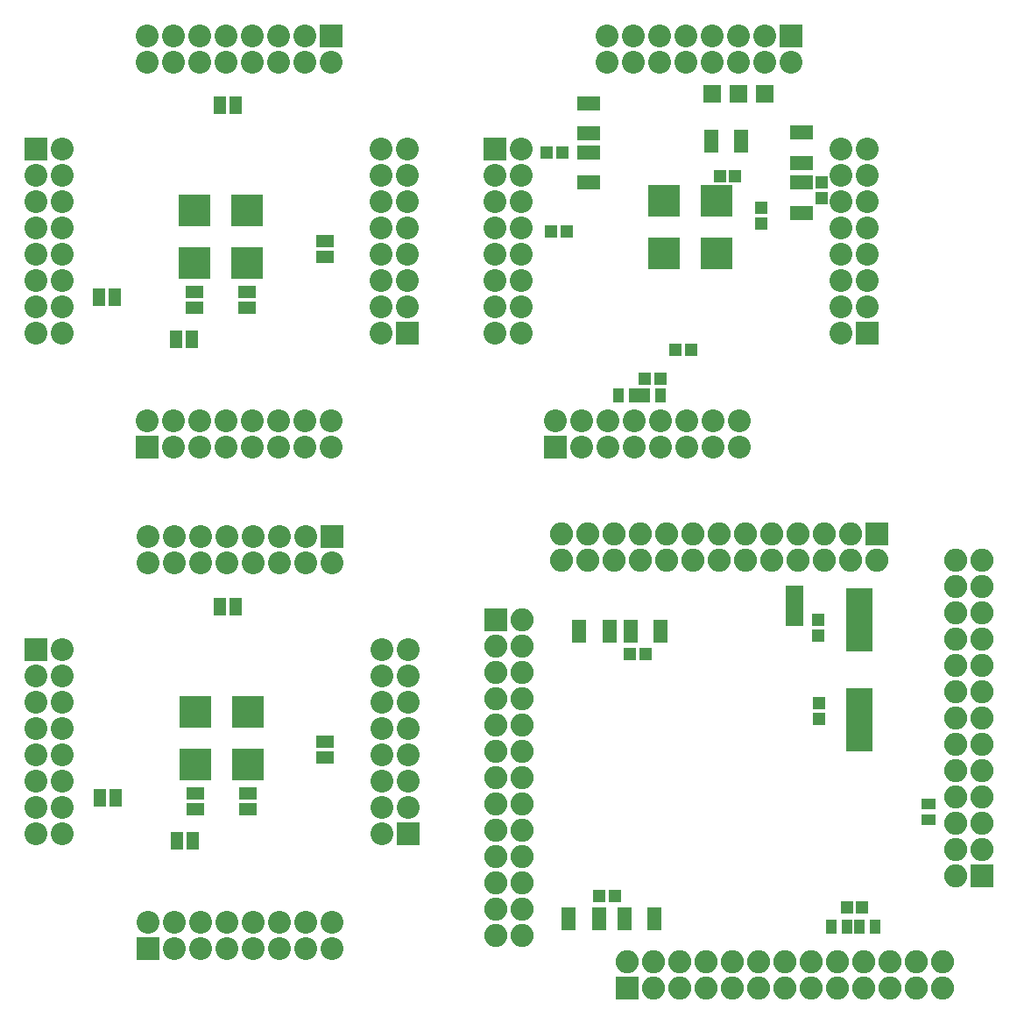
<source format=gbs>
G04 #@! TF.FileFunction,Soldermask,Bot*
%FSLAX46Y46*%
G04 Gerber Fmt 4.6, Leading zero omitted, Abs format (unit mm)*
G04 Created by KiCad (PCBNEW 4.0.5+dfsg1-4) date Mon Jun 11 22:34:57 2018*
%MOMM*%
%LPD*%
G01*
G04 APERTURE LIST*
%ADD10C,0.150000*%
%ADD11R,2.208000X2.208000*%
%ADD12O,2.208000X2.208000*%
%ADD13R,1.651000X1.143000*%
%ADD14R,1.143000X1.651000*%
%ADD15R,3.048000X3.048000*%
%ADD16R,1.308000X1.258000*%
%ADD17R,1.258000X1.308000*%
%ADD18R,1.008000X1.408000*%
%ADD19R,1.808000X1.808000*%
%ADD20R,2.208000X1.408000*%
%ADD21R,1.408000X2.208000*%
%ADD22R,1.408000X1.008000*%
%ADD23R,2.235200X2.235200*%
%ADD24O,2.235200X2.235200*%
%ADD25R,2.608580X6.108700*%
%ADD26R,1.778000X1.473200*%
G04 APERTURE END LIST*
D10*
D11*
X112318800Y-98526600D03*
D12*
X114858800Y-98526600D03*
X112318800Y-101066600D03*
X114858800Y-101066600D03*
X112318800Y-103606600D03*
X114858800Y-103606600D03*
X112318800Y-106146600D03*
X114858800Y-106146600D03*
X112318800Y-108686600D03*
X114858800Y-108686600D03*
X112318800Y-111226600D03*
X114858800Y-111226600D03*
X112318800Y-113766600D03*
X114858800Y-113766600D03*
X112318800Y-116306600D03*
X114858800Y-116306600D03*
D11*
X123113800Y-127355600D03*
D12*
X123113800Y-124815600D03*
X125653800Y-127355600D03*
X125653800Y-124815600D03*
X128193800Y-127355600D03*
X128193800Y-124815600D03*
X130733800Y-127355600D03*
X130733800Y-124815600D03*
X133273800Y-127355600D03*
X133273800Y-124815600D03*
X135813800Y-127355600D03*
X135813800Y-124815600D03*
X138353800Y-127355600D03*
X138353800Y-124815600D03*
X140893800Y-127355600D03*
X140893800Y-124815600D03*
D11*
X148259800Y-116306600D03*
D12*
X145719800Y-116306600D03*
X148259800Y-113766600D03*
X145719800Y-113766600D03*
X148259800Y-111226600D03*
X145719800Y-111226600D03*
X148259800Y-108686600D03*
X145719800Y-108686600D03*
X148259800Y-106146600D03*
X145719800Y-106146600D03*
X148259800Y-103606600D03*
X145719800Y-103606600D03*
X148259800Y-101066600D03*
X145719800Y-101066600D03*
X148259800Y-98526600D03*
X145719800Y-98526600D03*
D11*
X140893800Y-87604600D03*
D12*
X140893800Y-90144600D03*
X138353800Y-87604600D03*
X138353800Y-90144600D03*
X135813800Y-87604600D03*
X135813800Y-90144600D03*
X133273800Y-87604600D03*
X133273800Y-90144600D03*
X130733800Y-87604600D03*
X130733800Y-90144600D03*
X128193800Y-87604600D03*
X128193800Y-90144600D03*
X125653800Y-87604600D03*
X125653800Y-90144600D03*
X123113800Y-87604600D03*
X123113800Y-90144600D03*
D13*
X140258800Y-107416600D03*
X140258800Y-108940600D03*
D14*
X127431800Y-116941600D03*
X125907800Y-116941600D03*
X131622800Y-94335600D03*
X130098800Y-94335600D03*
X118478300Y-112814100D03*
X120002300Y-112814100D03*
D13*
X132765800Y-112369600D03*
X132765800Y-113893600D03*
X127685800Y-112369600D03*
X127685800Y-113893600D03*
D15*
X127685800Y-109575600D03*
X132765800Y-109575600D03*
X132765800Y-104495600D03*
X127685800Y-104495600D03*
D11*
X162496500Y-78994000D03*
D12*
X162496500Y-76454000D03*
X165036500Y-78994000D03*
X165036500Y-76454000D03*
X167576500Y-78994000D03*
X167576500Y-76454000D03*
X170116500Y-78994000D03*
X170116500Y-76454000D03*
X172656500Y-78994000D03*
X172656500Y-76454000D03*
X175196500Y-78994000D03*
X175196500Y-76454000D03*
X177736500Y-78994000D03*
X177736500Y-76454000D03*
X180276500Y-78994000D03*
X180276500Y-76454000D03*
D15*
X127635000Y-61214000D03*
X132715000Y-61214000D03*
X132715000Y-56134000D03*
X127635000Y-56134000D03*
D13*
X127635000Y-64008000D03*
X127635000Y-65532000D03*
X132715000Y-64008000D03*
X132715000Y-65532000D03*
D14*
X118427500Y-64452500D03*
X119951500Y-64452500D03*
X131572000Y-45974000D03*
X130048000Y-45974000D03*
X127381000Y-68580000D03*
X125857000Y-68580000D03*
D13*
X140208000Y-59055000D03*
X140208000Y-60579000D03*
D16*
X162064000Y-58102500D03*
X163564000Y-58102500D03*
X174129000Y-69596000D03*
X175629000Y-69596000D03*
X161683000Y-50482500D03*
X163183000Y-50482500D03*
D17*
X188214000Y-54915500D03*
X188214000Y-53415500D03*
D16*
X172644500Y-72390000D03*
X171144500Y-72390000D03*
X178383500Y-52768500D03*
X179883500Y-52768500D03*
D17*
X182435500Y-57328500D03*
X182435500Y-55828500D03*
D18*
X172644500Y-73977500D03*
X171144500Y-73977500D03*
X170104500Y-73977500D03*
X168604500Y-73977500D03*
D15*
X178117500Y-60261500D03*
X178117500Y-55181500D03*
X173037500Y-55181500D03*
X173037500Y-60261500D03*
D19*
X177673000Y-44831000D03*
X180213000Y-44831000D03*
X182753000Y-44831000D03*
D20*
X165735000Y-45730500D03*
X165735000Y-48630500D03*
X165735000Y-50493000D03*
X165735000Y-53393000D03*
X186309000Y-48588000D03*
X186309000Y-51488000D03*
X186309000Y-53414000D03*
X186309000Y-56314000D03*
D21*
X177556500Y-49403000D03*
X180456500Y-49403000D03*
D11*
X156654500Y-50165000D03*
D12*
X159194500Y-50165000D03*
X156654500Y-52705000D03*
X159194500Y-52705000D03*
X156654500Y-55245000D03*
X159194500Y-55245000D03*
X156654500Y-57785000D03*
X159194500Y-57785000D03*
X156654500Y-60325000D03*
X159194500Y-60325000D03*
X156654500Y-62865000D03*
X159194500Y-62865000D03*
X156654500Y-65405000D03*
X159194500Y-65405000D03*
X156654500Y-67945000D03*
X159194500Y-67945000D03*
D11*
X185293000Y-39243000D03*
D12*
X185293000Y-41783000D03*
X182753000Y-39243000D03*
X182753000Y-41783000D03*
X180213000Y-39243000D03*
X180213000Y-41783000D03*
X177673000Y-39243000D03*
X177673000Y-41783000D03*
X175133000Y-39243000D03*
X175133000Y-41783000D03*
X172593000Y-39243000D03*
X172593000Y-41783000D03*
X170053000Y-39243000D03*
X170053000Y-41783000D03*
X167513000Y-39243000D03*
X167513000Y-41783000D03*
D11*
X192659000Y-67945000D03*
D12*
X190119000Y-67945000D03*
X192659000Y-65405000D03*
X190119000Y-65405000D03*
X192659000Y-62865000D03*
X190119000Y-62865000D03*
X192659000Y-60325000D03*
X190119000Y-60325000D03*
X192659000Y-57785000D03*
X190119000Y-57785000D03*
X192659000Y-55245000D03*
X190119000Y-55245000D03*
X192659000Y-52705000D03*
X190119000Y-52705000D03*
X192659000Y-50165000D03*
X190119000Y-50165000D03*
D11*
X140843000Y-39243000D03*
D12*
X140843000Y-41783000D03*
X138303000Y-39243000D03*
X138303000Y-41783000D03*
X135763000Y-39243000D03*
X135763000Y-41783000D03*
X133223000Y-39243000D03*
X133223000Y-41783000D03*
X130683000Y-39243000D03*
X130683000Y-41783000D03*
X128143000Y-39243000D03*
X128143000Y-41783000D03*
X125603000Y-39243000D03*
X125603000Y-41783000D03*
X123063000Y-39243000D03*
X123063000Y-41783000D03*
D11*
X148209000Y-67945000D03*
D12*
X145669000Y-67945000D03*
X148209000Y-65405000D03*
X145669000Y-65405000D03*
X148209000Y-62865000D03*
X145669000Y-62865000D03*
X148209000Y-60325000D03*
X145669000Y-60325000D03*
X148209000Y-57785000D03*
X145669000Y-57785000D03*
X148209000Y-55245000D03*
X145669000Y-55245000D03*
X148209000Y-52705000D03*
X145669000Y-52705000D03*
X148209000Y-50165000D03*
X145669000Y-50165000D03*
D11*
X123063000Y-78994000D03*
D12*
X123063000Y-76454000D03*
X125603000Y-78994000D03*
X125603000Y-76454000D03*
X128143000Y-78994000D03*
X128143000Y-76454000D03*
X130683000Y-78994000D03*
X130683000Y-76454000D03*
X133223000Y-78994000D03*
X133223000Y-76454000D03*
X135763000Y-78994000D03*
X135763000Y-76454000D03*
X138303000Y-78994000D03*
X138303000Y-76454000D03*
X140843000Y-78994000D03*
X140843000Y-76454000D03*
D11*
X112268000Y-50165000D03*
D12*
X114808000Y-50165000D03*
X112268000Y-52705000D03*
X114808000Y-52705000D03*
X112268000Y-55245000D03*
X114808000Y-55245000D03*
X112268000Y-57785000D03*
X114808000Y-57785000D03*
X112268000Y-60325000D03*
X114808000Y-60325000D03*
X112268000Y-62865000D03*
X114808000Y-62865000D03*
X112268000Y-65405000D03*
X114808000Y-65405000D03*
X112268000Y-67945000D03*
X114808000Y-67945000D03*
D16*
X169734800Y-98933000D03*
X171234800Y-98933000D03*
X166737600Y-122301000D03*
X168237600Y-122301000D03*
D17*
X188010800Y-105169400D03*
X188010800Y-103669400D03*
D16*
X190664400Y-123418600D03*
X192164400Y-123418600D03*
D17*
X187909200Y-95643000D03*
X187909200Y-97143000D03*
D22*
X198526400Y-113423000D03*
X198526400Y-114923000D03*
D18*
X189191200Y-125298200D03*
X190691200Y-125298200D03*
X191883600Y-125298200D03*
X193383600Y-125298200D03*
D23*
X169418000Y-131191000D03*
D24*
X169418000Y-128651000D03*
X171958000Y-131191000D03*
X171958000Y-128651000D03*
X174498000Y-131191000D03*
X174498000Y-128651000D03*
X177038000Y-131191000D03*
X177038000Y-128651000D03*
X179578000Y-131191000D03*
X179578000Y-128651000D03*
X182118000Y-131191000D03*
X182118000Y-128651000D03*
X184658000Y-131191000D03*
X184658000Y-128651000D03*
X187198000Y-131191000D03*
X187198000Y-128651000D03*
X189738000Y-131191000D03*
X189738000Y-128651000D03*
X192278000Y-131191000D03*
X192278000Y-128651000D03*
X194818000Y-131191000D03*
X194818000Y-128651000D03*
X197358000Y-131191000D03*
X197358000Y-128651000D03*
X199898000Y-131191000D03*
X199898000Y-128651000D03*
D23*
X203708000Y-120370600D03*
D24*
X201168000Y-120370600D03*
X203708000Y-117830600D03*
X201168000Y-117830600D03*
X203708000Y-115290600D03*
X201168000Y-115290600D03*
X203708000Y-112750600D03*
X201168000Y-112750600D03*
X203708000Y-110210600D03*
X201168000Y-110210600D03*
X203708000Y-107670600D03*
X201168000Y-107670600D03*
X203708000Y-105130600D03*
X201168000Y-105130600D03*
X203708000Y-102590600D03*
X201168000Y-102590600D03*
X203708000Y-100050600D03*
X201168000Y-100050600D03*
X203708000Y-97510600D03*
X201168000Y-97510600D03*
X203708000Y-94970600D03*
X201168000Y-94970600D03*
X203708000Y-92430600D03*
X201168000Y-92430600D03*
X203708000Y-89890600D03*
X201168000Y-89890600D03*
D23*
X193548000Y-87376000D03*
D24*
X193548000Y-89916000D03*
X191008000Y-87376000D03*
X191008000Y-89916000D03*
X188468000Y-87376000D03*
X188468000Y-89916000D03*
X185928000Y-87376000D03*
X185928000Y-89916000D03*
X183388000Y-87376000D03*
X183388000Y-89916000D03*
X180848000Y-87376000D03*
X180848000Y-89916000D03*
X178308000Y-87376000D03*
X178308000Y-89916000D03*
X175768000Y-87376000D03*
X175768000Y-89916000D03*
X173228000Y-87376000D03*
X173228000Y-89916000D03*
X170688000Y-87376000D03*
X170688000Y-89916000D03*
X168148000Y-87376000D03*
X168148000Y-89916000D03*
X165608000Y-87376000D03*
X165608000Y-89916000D03*
X163068000Y-87376000D03*
X163068000Y-89916000D03*
D23*
X156718000Y-95631000D03*
D24*
X159258000Y-95631000D03*
X156718000Y-98171000D03*
X159258000Y-98171000D03*
X156718000Y-100711000D03*
X159258000Y-100711000D03*
X156718000Y-103251000D03*
X159258000Y-103251000D03*
X156718000Y-105791000D03*
X159258000Y-105791000D03*
X156718000Y-108331000D03*
X159258000Y-108331000D03*
X156718000Y-110871000D03*
X159258000Y-110871000D03*
X156718000Y-113411000D03*
X159258000Y-113411000D03*
X156718000Y-115951000D03*
X159258000Y-115951000D03*
X156718000Y-118491000D03*
X159258000Y-118491000D03*
X156718000Y-121031000D03*
X159258000Y-121031000D03*
X156718000Y-123571000D03*
X159258000Y-123571000D03*
X156718000Y-126111000D03*
X159258000Y-126111000D03*
D21*
X164818400Y-96697800D03*
X167718400Y-96697800D03*
X169746000Y-96748600D03*
X172646000Y-96748600D03*
X163802400Y-124485400D03*
X166702400Y-124485400D03*
X169187200Y-124485400D03*
X172087200Y-124485400D03*
D25*
X191871600Y-95608140D03*
X191871600Y-105305860D03*
D26*
X185572400Y-92989400D03*
X185572400Y-94259400D03*
X185572400Y-95529400D03*
M02*

</source>
